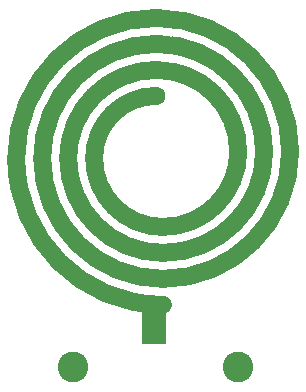
<source format=gbr>
%TF.GenerationSoftware,KiCad,Pcbnew,(6.0.11-0)*%
%TF.CreationDate,2023-05-05T09:17:23+02:00*%
%TF.ProjectId,Q17-PCB-Coil,5131372d-5043-4422-9d43-6f696c2e6b69,1.0*%
%TF.SameCoordinates,Original*%
%TF.FileFunction,Soldermask,Bot*%
%TF.FilePolarity,Negative*%
%FSLAX46Y46*%
G04 Gerber Fmt 4.6, Leading zero omitted, Abs format (unit mm)*
G04 Created by KiCad (PCBNEW (6.0.11-0)) date 2023-05-05 09:17:23*
%MOMM*%
%LPD*%
G01*
G04 APERTURE LIST*
%ADD10C,1.500000*%
%ADD11R,2.000000X3.000000*%
%ADD12C,1.600000*%
%ADD13C,2.600000*%
G04 APERTURE END LIST*
D10*
%TO.C,L1*%
X129182723Y-96200000D02*
G75*
G03*
X120057724Y-87074999I-9125000J1D01*
G01*
X120057723Y-91475000D02*
G75*
G03*
X114782723Y-96750000I1J-5275001D01*
G01*
X120607723Y-102575000D02*
G75*
G03*
X126982725Y-96200002I1J6375001D01*
G01*
X120057723Y-89275000D02*
G75*
G03*
X112582721Y-96749998I-3J-7474999D01*
G01*
X114782723Y-96750000D02*
G75*
G03*
X120607722Y-102575001I5825000J-1D01*
G01*
X112582723Y-96750000D02*
G75*
G03*
X120607722Y-104775001I8025000J-1D01*
G01*
X110382723Y-96750000D02*
G75*
G03*
X120607720Y-106975003I10224999J-4D01*
G01*
X108182723Y-96750000D02*
G75*
G03*
X120607721Y-109175002I12425001J-1D01*
G01*
X120607723Y-106975000D02*
G75*
G03*
X131382724Y-96200001I1J10775000D01*
G01*
X131382723Y-96200000D02*
G75*
G03*
X120057723Y-84875000I-11325001J-1D01*
G01*
X126982723Y-96200000D02*
G75*
G03*
X120057724Y-89274999I-6925000J1D01*
G01*
X120057723Y-84875000D02*
G75*
G03*
X108182722Y-96749999I-1J-11875000D01*
G01*
X120057723Y-87075000D02*
G75*
G03*
X110382721Y-96749998I-3J-9674999D01*
G01*
X120607723Y-104775000D02*
G75*
G03*
X129182724Y-96200001I0J8575001D01*
G01*
%TD*%
D11*
%TO.C,L1*%
X119857725Y-111025000D03*
X119857725Y-111025000D03*
X119857725Y-111025000D03*
X119857725Y-111025000D03*
X119857725Y-111025000D03*
X119857725Y-111025000D03*
X119857725Y-111025000D03*
X119857725Y-111025000D03*
D12*
X120057723Y-91475000D03*
%TD*%
D13*
%TO.C,J1-2*%
X113030000Y-114458853D03*
%TD*%
%TO.C,J1-1*%
X127000000Y-114458853D03*
%TD*%
M02*

</source>
